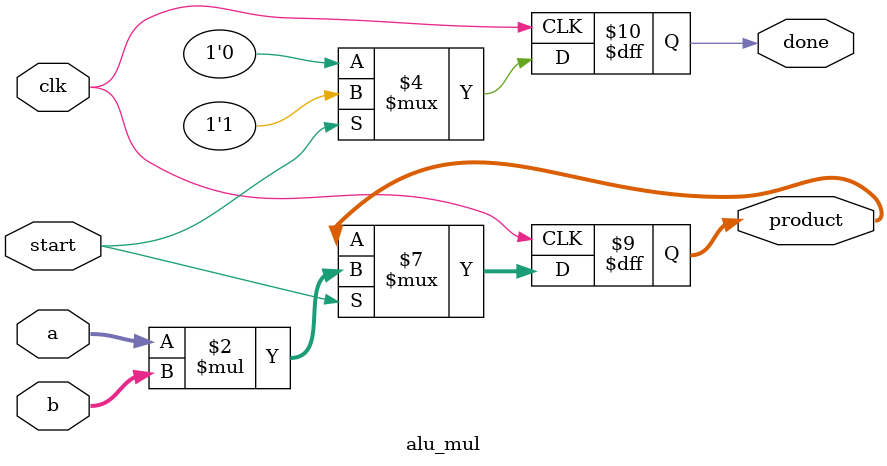
<source format=v>
`timescale 1ns/1ps

module alu_mul(
    input clk,
    input start,
    input signed [7:0] a, b,
    output reg signed [15:0] product,
    output reg done
);
    always @(posedge clk) begin
        if (start) begin
            product <= a * b;
            done <= 1;
        end else begin
            done <= 0;
        end
    end
endmodule
</source>
